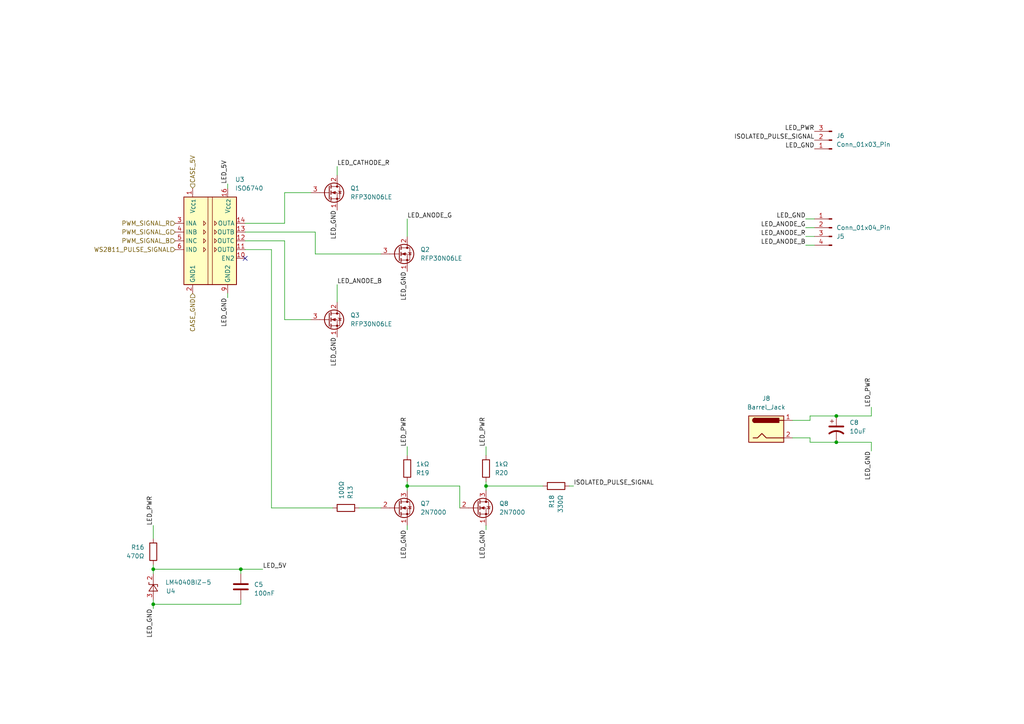
<source format=kicad_sch>
(kicad_sch (version 20250114) (generator "eeschema") (generator_version "9.0")
  (paper "A4")
  (title_block (title "Lights") (date "2025-08-27") (rev "v0.2") (company "Free Modular"))
  (lib_symbols
    (symbol "2N7000_1" (pin_names (hide yes))
      (property "Reference" "Q1" (at 6.35 1.2701 0))
      (property "Value" "RFP30N06LE" (at 6.35 -1.2699 0))
      (symbol "2N7000_1_0_1"
        (polyline (pts (xy 0.254 1.905) (xy 0.254 -1.905)) (stroke (width 0.254)))
        (polyline (pts (xy 0.254 0) (xy -2.54 0)))
        (polyline (pts (xy 0.762 2.286) (xy 0.762 1.27)) (stroke (width 0.254)))
        (polyline (pts (xy 0.762 0.508) (xy 0.762 -0.508)) (stroke (width 0.254)))
        (polyline (pts (xy 0.762 -1.27) (xy 0.762 -2.286)) (stroke (width 0.254)))
        (polyline (pts (xy 0.762 -1.778) (xy 3.302 -1.778) (xy 3.302 1.778) (xy 0.762 1.778)))
        (polyline (pts (xy 1.016 0) (xy 2.032 0.381) (xy 2.032 -0.381) (xy 1.016 0)) (fill (type outline)))
        (circle (center 1.651 0) (radius 2.794) (stroke (width 0.254)))
        (polyline (pts (xy 2.54 2.54) (xy 2.54 1.778)))
        (circle (center 2.54 1.778) (radius 0.254) (fill (type outline)))
        (circle (center 2.54 -1.778) (radius 0.254) (fill (type outline)))
        (polyline (pts (xy 2.54 -2.54) (xy 2.54 0) (xy 0.762 0)))
        (polyline (pts (xy 2.794 0.508) (xy 2.921 0.381) (xy 3.683 0.381) (xy 3.81 0.254)))
        (polyline (pts (xy 3.302 0.381) (xy 2.921 -0.254) (xy 3.683 -0.254) (xy 3.302 0.381)))
      )
      (symbol "2N7000_1_1_1"
        (pin input line (at -5.08 0 0) (length 2.54) (name "G") (number "3"))
        (pin passive line (at 2.54 5.08 270) (length 2.54) (name "D") (number "2"))
        (pin passive line (at 2.54 -5.08 90) (length 2.54) (name "S") (number "1"))
      )
    )
    (symbol "Connector:Barrel_Jack" (pin_names (offset 1.016))
      (property "Reference" "J" (at 0 5.334 0))
      (property "Value" "Barrel_Jack" (at 0 -5.08 0))
      (symbol "Barrel_Jack_0_1"
        (rectangle (start -5.08 3.81) (end 5.08 -3.81) (stroke (width 0.254)) (fill (type background)))
        (polyline (pts (xy -3.81 -2.54) (xy -2.54 -2.54) (xy -1.27 -1.27) (xy 0 -2.54) (xy 2.54 -2.54) (xy 5.08 -2.54)) (stroke (width 0.254)))
        (arc (start -3.302 1.905) (mid -3.9343 2.54) (end -3.302 3.175) (stroke (width 0.254)))
        (arc (start -3.302 1.905) (mid -3.9343 2.54) (end -3.302 3.175) (stroke (width 0.254)) (fill (type outline)))
        (rectangle (start 3.683 3.175) (end -3.302 1.905) (stroke (width 0.254)) (fill (type outline)))
        (polyline (pts (xy 5.08 2.54) (xy 3.81 2.54)) (stroke (width 0.254)))
      )
      (symbol "Barrel_Jack_1_1"
        (pin passive line (at 7.62 2.54 180) (length 2.54) (name "~") (number "1"))
        (pin passive line (at 7.62 -2.54 180) (length 2.54) (name "~") (number "2"))
      )
    )
    (symbol "Connector:Conn_01x03_Pin" (pin_names (offset 1.016) (hide yes))
      (property "Reference" "J" (at 0 5.08 0))
      (property "Value" "Conn_01x03_Pin" (at 0 -5.08 0))
      (symbol "Conn_01x03_Pin_1_1"
        (rectangle (start 0.8636 2.667) (end 0 2.413) (stroke (width 0.1524)) (fill (type outline)))
        (rectangle (start 0.8636 0.127) (end 0 -0.127) (stroke (width 0.1524)) (fill (type outline)))
        (rectangle (start 0.8636 -2.413) (end 0 -2.667) (stroke (width 0.1524)) (fill (type outline)))
        (polyline (pts (xy 1.27 2.54) (xy 0.8636 2.54)) (stroke (width 0.1524)))
        (polyline (pts (xy 1.27 0) (xy 0.8636 0)) (stroke (width 0.1524)))
        (polyline (pts (xy 1.27 -2.54) (xy 0.8636 -2.54)) (stroke (width 0.1524)))
        (pin passive line (at 5.08 2.54 180) (length 3.81) (name "Pin_1") (number "1"))
        (pin passive line (at 5.08 0 180) (length 3.81) (name "Pin_2") (number "2"))
        (pin passive line (at 5.08 -2.54 180) (length 3.81) (name "Pin_3") (number "3"))
      )
    )
    (symbol "Connector:Conn_01x04_Pin" (pin_names (offset 1.016) (hide yes))
      (property "Reference" "J" (at 0 5.08 0))
      (property "Value" "Conn_01x04_Pin" (at 0 -7.62 0))
      (symbol "Conn_01x04_Pin_1_1"
        (rectangle (start 0.8636 2.667) (end 0 2.413) (stroke (width 0.1524)) (fill (type outline)))
        (rectangle (start 0.8636 0.127) (end 0 -0.127) (stroke (width 0.1524)) (fill (type outline)))
        (rectangle (start 0.8636 -2.413) (end 0 -2.667) (stroke (width 0.1524)) (fill (type outline)))
        (rectangle (start 0.8636 -4.953) (end 0 -5.207) (stroke (width 0.1524)) (fill (type outline)))
        (polyline (pts (xy 1.27 2.54) (xy 0.8636 2.54)) (stroke (width 0.1524)))
        (polyline (pts (xy 1.27 0) (xy 0.8636 0)) (stroke (width 0.1524)))
        (polyline (pts (xy 1.27 -2.54) (xy 0.8636 -2.54)) (stroke (width 0.1524)))
        (polyline (pts (xy 1.27 -5.08) (xy 0.8636 -5.08)) (stroke (width 0.1524)))
        (pin passive line (at 5.08 2.54 180) (length 3.81) (name "Pin_1") (number "1"))
        (pin passive line (at 5.08 0 180) (length 3.81) (name "Pin_2") (number "2"))
        (pin passive line (at 5.08 -2.54 180) (length 3.81) (name "Pin_3") (number "3"))
        (pin passive line (at 5.08 -5.08 180) (length 3.81) (name "Pin_4") (number "4"))
      )
    )
    (symbol "Device:C" (pin_numbers (hide yes)) (pin_names (offset 0.254))
      (property "Reference" "C" (at 0.635 2.54 0))
      (property "Value" "C" (at 0.635 -2.54 0))
      (symbol "C_0_1"
        (polyline (pts (xy -2.032 0.762) (xy 2.032 0.762)) (stroke (width 0.508)))
        (polyline (pts (xy -2.032 -0.762) (xy 2.032 -0.762)) (stroke (width 0.508)))
      )
      (symbol "C_1_1"
        (pin passive line (at 0 3.81 270) (length 2.794) (name "~") (number "1"))
        (pin passive line (at 0 -3.81 90) (length 2.794) (name "~") (number "2"))
      )
    )
    (symbol "Device:C_Polarized_US" (pin_numbers (hide yes)) (pin_names (offset 0.254) (hide yes))
      (property "Reference" "C" (at 0.635 2.54 0))
      (property "Value" "C_Polarized_US" (at 0.635 -2.54 0))
      (symbol "C_Polarized_US_0_1"
        (polyline (pts (xy -2.032 0.762) (xy 2.032 0.762)) (stroke (width 0.508)))
        (polyline (pts (xy -1.778 2.286) (xy -0.762 2.286)))
        (polyline (pts (xy -1.27 1.778) (xy -1.27 2.794)))
        (arc (start -2.032 -1.27) (mid 0 -0.5572) (end 2.032 -1.27) (stroke (width 0.508)))
      )
      (symbol "C_Polarized_US_1_1"
        (pin passive line (at 0 3.81 270) (length 2.794) (name "~") (number "1"))
        (pin passive line (at 0 -3.81 90) (length 3.302) (name "~") (number "2"))
      )
    )
    (symbol "Device:R" (pin_numbers (hide yes)) (pin_names (offset 0))
      (property "Reference" "R" (at 2.032 0 90))
      (property "Value" "R" (at 0 0 90))
      (symbol "R_0_1"
        (rectangle (start -1.016 -2.54) (end 1.016 2.54) (stroke (width 0.254)))
      )
      (symbol "R_1_1"
        (pin passive line (at 0 3.81 270) (length 1.27) (name "~") (number "1"))
        (pin passive line (at 0 -3.81 90) (length 1.27) (name "~") (number "2"))
      )
    )
    (symbol "Isolator:ISO6740"
      (property "Reference" "U" (at 8.255 14.605 0))
      (property "Value" "ISO6740" (at 8.255 12.065 0))
      (symbol "ISO6740_0_1"
        (rectangle (start -7.62 12.7) (end 7.62 -12.7) (stroke (width 0.254)) (fill (type background)))
        (polyline (pts (xy -0.635 12.7) (xy -0.635 -12.7)))
        (polyline (pts (xy 0.635 12.7) (xy 0.635 -12.7)))
      )
      (symbol "ISO6740_1_1"
        (polyline (pts (xy -1.905 5.715) (xy -1.27 5.08) (xy -1.905 4.445) (xy -1.905 5.715)))
        (polyline (pts (xy -1.905 3.175) (xy -1.27 2.54) (xy -1.905 1.905) (xy -1.905 3.175)))
        (polyline (pts (xy -1.905 -0.635) (xy -1.27 0) (xy -1.905 0.635) (xy -1.905 -0.635)))
        (polyline (pts (xy -1.905 -3.175) (xy -1.27 -2.54) (xy -1.905 -1.905) (xy -1.905 -3.175)))
        (polyline (pts (xy 1.27 5.715) (xy 1.905 5.08) (xy 1.27 4.445) (xy 1.27 5.715)))
        (polyline (pts (xy 1.27 3.175) (xy 1.905 2.54) (xy 1.27 1.905) (xy 1.27 3.175)))
        (polyline (pts (xy 1.27 0.635) (xy 1.905 0) (xy 1.27 -0.635) (xy 1.27 0.635)))
        (polyline (pts (xy 1.27 -3.175) (xy 1.905 -2.54) (xy 1.27 -1.905) (xy 1.27 -3.175)))
        (pin input line (at -10.16 5.08 0) (length 2.54) (name "INA") (number "3"))
        (pin input line (at -10.16 2.54 0) (length 2.54) (name "INB") (number "4"))
        (pin input line (at -10.16 0 0) (length 2.54) (name "INC") (number "5"))
        (pin input line (at -10.16 -2.54 0) (length 2.54) (name "IND") (number "6"))
        (pin no_connect line (at -7.62 -5.08 0) (length 2.54) (hide yes) (name "NC") (number "7"))
        (pin power_in line (at -5.08 15.24 270) (length 2.54) (name "V_{CC1}") (number "1"))
        (pin power_in line (at -5.08 -15.24 90) (length 2.54) (name "GND1") (number "2"))
        (pin passive line (at -5.08 -15.24 90) (length 2.54) (hide yes) (name "GND1") (number "8"))
        (pin power_in line (at 5.08 15.24 270) (length 2.54) (name "V_{CC2}") (number "16"))
        (pin passive line (at 5.08 -15.24 90) (length 2.54) (hide yes) (name "GND2") (number "15"))
        (pin power_in line (at 5.08 -15.24 90) (length 2.54) (name "GND2") (number "9"))
        (pin output line (at 10.16 5.08 180) (length 2.54) (name "OUTA") (number "14"))
        (pin output line (at 10.16 2.54 180) (length 2.54) (name "OUTB") (number "13"))
        (pin output line (at 10.16 0 180) (length 2.54) (name "OUTC") (number "12"))
        (pin output line (at 10.16 -2.54 180) (length 2.54) (name "OUTD") (number "11"))
        (pin input line (at 10.16 -5.08 180) (length 2.54) (name "EN2") (number "10"))
      )
    )
    (symbol "Reference_Voltage:LM4040LP-5" (pin_names (offset 0.0254) (hide yes))
      (property "Reference" "U" (at 0 2.54 0))
      (property "Value" "LM4040LP-5" (at 0 -3.175 0))
      (symbol "LM4040LP-5_0_1"
        (polyline (pts (xy -1.27 0) (xy 0 0) (xy 1.27 0)))
        (polyline (pts (xy -1.27 -1.27) (xy 0.635 0) (xy -1.27 1.27) (xy -1.27 -1.27)) (stroke (width 0.2032)))
        (polyline (pts (xy 0 -1.27) (xy 0.635 -1.27) (xy 0.635 1.27) (xy 1.27 1.27)) (stroke (width 0.2032)))
      )
      (symbol "LM4040LP-5_1_1"
        (pin passive line (at -3.81 0 0) (length 2.54) (name "A") (number "3"))
        (pin passive line (at 3.81 0 180) (length 2.54) (name "K") (number "2"))
      )
    )
    (symbol "Transistor_FET:2N7000" (pin_names (hide yes))
      (property "Reference" "Q" (at 5.08 1.905 0))
      (property "Value" "2N7000" (at 5.08 0 0))
      (symbol "2N7000_0_1"
        (polyline (pts (xy 0.254 1.905) (xy 0.254 -1.905)) (stroke (width 0.254)))
        (polyline (pts (xy 0.254 0) (xy -2.54 0)))
        (polyline (pts (xy 0.762 2.286) (xy 0.762 1.27)) (stroke (width 0.254)))
        (polyline (pts (xy 0.762 0.508) (xy 0.762 -0.508)) (stroke (width 0.254)))
        (polyline (pts (xy 0.762 -1.27) (xy 0.762 -2.286)) (stroke (width 0.254)))
        (polyline (pts (xy 0.762 -1.778) (xy 3.302 -1.778) (xy 3.302 1.778) (xy 0.762 1.778)))
        (polyline (pts (xy 1.016 0) (xy 2.032 0.381) (xy 2.032 -0.381) (xy 1.016 0)) (fill (type outline)))
        (circle (center 1.651 0) (radius 2.794) (stroke (width 0.254)))
        (polyline (pts (xy 2.54 2.54) (xy 2.54 1.778)))
        (circle (center 2.54 1.778) (radius 0.254) (fill (type outline)))
        (circle (center 2.54 -1.778) (radius 0.254) (fill (type outline)))
        (polyline (pts (xy 2.54 -2.54) (xy 2.54 0) (xy 0.762 0)))
        (polyline (pts (xy 2.794 0.508) (xy 2.921 0.381) (xy 3.683 0.381) (xy 3.81 0.254)))
        (polyline (pts (xy 3.302 0.381) (xy 2.921 -0.254) (xy 3.683 -0.254) (xy 3.302 0.381)))
      )
      (symbol "2N7000_1_1"
        (pin input line (at -5.08 0 0) (length 2.54) (name "G") (number "2"))
        (pin passive line (at 2.54 5.08 270) (length 2.54) (name "D") (number "3"))
        (pin passive line (at 2.54 -5.08 90) (length 2.54) (name "S") (number "1"))
      )
    )
  )
  (junction (at 118.11 140.97))
  (junction (at 44.45 165.1))
  (junction (at 69.85 165.1))
  (junction (at 140.97 140.97))
  (junction (at 44.45 175.26))
  (junction (at 242.57 128.27))
  (junction (at 242.57 120.65))
  (no_connect (at 71.12 74.93))
  (wire (pts (xy 118.11 139.7) (xy 118.11 140.97)))
  (wire (pts (xy 78.74 147.32) (xy 96.52 147.32)))
  (wire (pts (xy 44.45 165.1) (xy 69.85 165.1)))
  (wire (pts (xy 82.55 64.77) (xy 82.55 55.88)))
  (wire (pts (xy 233.68 68.58) (xy 236.22 68.58)))
  (wire (pts (xy 91.44 67.31) (xy 71.12 67.31)))
  (wire (pts (xy 234.95 128.27) (xy 234.95 127)))
  (wire (pts (xy 44.45 163.83) (xy 44.45 165.1)))
  (wire (pts (xy 118.11 140.97) (xy 133.35 140.97)))
  (wire (pts (xy 69.85 165.1) (xy 76.2 165.1)))
  (wire (pts (xy 234.95 121.92) (xy 229.87 121.92)))
  (wire (pts (xy 140.97 139.7) (xy 140.97 140.97)))
  (wire (pts (xy 97.79 82.55) (xy 97.79 87.63)))
  (wire (pts (xy 133.35 140.97) (xy 133.35 147.32)))
  (wire (pts (xy 140.97 153.67) (xy 140.97 152.4)))
  (wire (pts (xy 140.97 140.97) (xy 157.48 140.97)))
  (wire (pts (xy 91.44 73.66) (xy 91.44 67.31)))
  (wire (pts (xy 252.73 120.65) (xy 242.57 120.65)))
  (wire (pts (xy 97.79 48.26) (xy 97.79 50.8)))
  (wire (pts (xy 140.97 132.08) (xy 140.97 129.54)))
  (wire (pts (xy 90.17 92.71) (xy 82.55 92.71)))
  (wire (pts (xy 242.57 128.27) (xy 234.95 128.27)))
  (wire (pts (xy 69.85 175.26) (xy 69.85 173.99)))
  (wire (pts (xy 104.14 147.32) (xy 110.49 147.32)))
  (wire (pts (xy 82.55 92.71) (xy 82.55 69.85)))
  (wire (pts (xy 252.73 128.27) (xy 242.57 128.27)))
  (wire (pts (xy 44.45 175.26) (xy 44.45 176.53)))
  (wire (pts (xy 110.49 73.66) (xy 91.44 73.66)))
  (wire (pts (xy 140.97 140.97) (xy 140.97 142.24)))
  (wire (pts (xy 44.45 152.4) (xy 44.45 156.21)))
  (wire (pts (xy 234.95 127) (xy 229.87 127)))
  (wire (pts (xy 233.68 66.04) (xy 236.22 66.04)))
  (wire (pts (xy 82.55 55.88) (xy 90.17 55.88)))
  (wire (pts (xy 234.95 120.65) (xy 234.95 121.92)))
  (wire (pts (xy 242.57 120.65) (xy 234.95 120.65)))
  (wire (pts (xy 118.11 153.67) (xy 118.11 152.4)))
  (wire (pts (xy 69.85 165.1) (xy 69.85 166.37)))
  (wire (pts (xy 44.45 175.26) (xy 69.85 175.26)))
  (wire (pts (xy 82.55 69.85) (xy 71.12 69.85)))
  (wire (pts (xy 118.11 140.97) (xy 118.11 142.24)))
  (wire (pts (xy 166.37 140.97) (xy 165.1 140.97)))
  (wire (pts (xy 78.74 72.39) (xy 78.74 147.32)))
  (wire (pts (xy 66.04 53.34) (xy 66.04 54.61)))
  (wire (pts (xy 118.11 68.58) (xy 118.11 63.5)))
  (wire (pts (xy 71.12 72.39) (xy 78.74 72.39)))
  (wire (pts (xy 71.12 64.77) (xy 82.55 64.77)))
  (wire (pts (xy 118.11 129.54) (xy 118.11 132.08)))
  (wire (pts (xy 233.68 71.12) (xy 236.22 71.12)))
  (wire (pts (xy 44.45 173.99) (xy 44.45 175.26)))
  (wire (pts (xy 44.45 165.1) (xy 44.45 166.37)))
  (wire (pts (xy 252.73 118.11) (xy 252.73 120.65)))
  (wire (pts (xy 233.68 63.5) (xy 236.22 63.5)))
  (wire (pts (xy 66.04 86.36) (xy 66.04 85.09)))
  (wire (pts (xy 252.73 130.81) (xy 252.73 128.27)))
  (label "LED_CATHODE_R" (at 97.79 48.26 0))
  (label "LED_GND" (at 118.11 153.67 270))
  (label "LED_PWR" (at 140.97 129.54 90))
  (label "LED_PWR" (at 118.11 129.54 90))
  (label "LED_ANODE_R" (at 233.68 68.58 180))
  (label "LED_GND" (at 44.45 176.53 270))
  (label "ISOLATED_PULSE_SIGNAL" (at 166.37 140.97 0))
  (label "LED_PWR" (at 252.73 118.11 90))
  (label "LED_GND" (at 140.97 153.67 270))
  (label "LED_ANODE_B" (at 97.79 82.55 0))
  (label "LED_GND" (at 118.11 78.74 270))
  (label "LED_GND" (at 97.79 60.96 270))
  (label "LED_GND" (at 252.73 130.81 270))
  (label "LED_GND" (at 97.79 97.79 270))
  (label "LED_GND" (at 233.68 63.5 180))
  (label "LED_ANODE_B" (at 233.68 71.12 180))
  (label "LED_PWR" (at 44.45 152.4 90))
  (label "ISOLATED_PULSE_SIGNAL" (at 236.22 40.64 180))
  (label "LED_ANODE_G" (at 118.11 63.5 0))
  (label "LED_PWR" (at 236.22 38.1 180))
  (label "LED_5V" (at 76.2 165.1 0))
  (label "LED_GND" (at 66.04 86.36 270))
  (label "LED_ANODE_G" (at 233.68 66.04 180))
  (label "LED_GND" (at 236.22 43.18 180))
  (label "LED_5V" (at 66.04 53.34 90))
  (hierarchical_label "PWM_SIGNAL_G" (shape input) (at 50.8 67.31 180))
  (hierarchical_label "CASE_5V" (shape input) (at 55.88 54.61 90))
  (hierarchical_label "CASE_GND" (shape input) (at 55.88 85.09 270))
  (hierarchical_label "WS2811_PULSE_SIGNAL" (shape input) (at 50.8 72.39 180))
  (hierarchical_label "PWM_SIGNAL_R" (shape input) (at 50.8 64.77 180))
  (hierarchical_label "PWM_SIGNAL_B" (shape input) (at 50.8 69.85 180))
  (symbol (lib_id "Device:C") (at 69.85 170.18 0) (unit 1)
    (property "Reference" "C5" (at 73.66 169.545 0) (effects (justify left)))
    (property "Value" "100nF" (at 73.66 172.085 0) (effects (justify left)))
    (property "Footprint" "Capacitor_THT:C_Disc_D5.0mm_W2.5mm_P5.00mm" (effects (hide yes)))
  )
  (symbol (lib_id "Device:C_Polarized_US") (at 242.57 124.46 0) (unit 1)
    (property "Reference" "C8" (at 246.38 122.555 0) (effects (justify left)))
    (property "Value" "10uF" (at 246.38 125.095 0) (effects (justify left)))
    (property "Footprint" "Capacitor_THT:CP_Radial_D4.0mm_P1.50mm" (effects (hide yes)))
  )
  (symbol (lib_id "Connector:Conn_01x04_Pin") (at 241.3 66.04 0) (mirror y) (unit 1)
    (property "Reference" "J5" (at 242.57 68.5801 0) (effects (justify right)))
    (property "Value" "Conn_01x04_Pin" (at 242.57 66.0401 0) (effects (justify right)))
    (property "Footprint" "Connector_PinSocket_2.54mm:PinSocket_1x04_P2.54mm_Vertical" (effects (hide yes)))
    (property "Description" "Generic connector, single row, 01x04, script generated" (effects (hide yes)))
  )
  (symbol (lib_id "Reference_Voltage:LM4040LP-5") (at 44.45 170.18 90) (unit 1)
    (property "Reference" "U4" (at 49.53 171.45 90))
    (property "Value" "LM4040BIZ-5" (at 54.61 168.91 90))
    (property "Footprint" "Package_TO_SOT_THT:TO-92_Inline_Wide" (effects (hide yes)))
    (property "Datasheet" "http://www.ti.com/lit/ds/symlink/lm4040-n.pdf" (effects (hide yes)))
  )
  (symbol (lib_name "2N7000_1") (lib_id "Transistor_FET:2N7000") (at 95.25 55.88 0) (unit 1)
    (property "Reference" "Q1" (at 101.6 54.6099 0) (effects (justify left)))
    (property "Value" "RFP30N06LE" (at 101.6 57.1499 0) (effects (justify left)))
    (property "Footprint" "Package_TO_SOT_THT:TO-220-3_Vertical" (effects (hide yes)))
    (property "Datasheet" "https://cdn.sparkfun.com/assets/4/1/1/8/0/RFP30N06LE.pdf" (effects (hide yes)))
    (property "Description" "N-Channel power MOSFET" (effects (hide yes)))
  )
  (symbol (lib_id "Device:R") (at 161.29 140.97 90) (mirror x) (unit 1)
    (property "Reference" "R18" (at 160.0199 143.51 0) (effects (justify left)))
    (property "Value" "330Ω" (at 162.5599 143.51 0) (effects (justify left)))
    (property "Footprint" "Resistor_THT:R_Axial_DIN0207_L6.3mm_D2.5mm_P7.62mm_Horizontal" (effects (hide yes)))
  )
  (symbol (lib_id "Device:R") (at 44.45 160.02 0) (mirror y) (unit 1)
    (property "Reference" "R16" (at 41.91 158.7499 0) (effects (justify left)))
    (property "Value" "470Ω" (at 41.91 161.2899 0) (effects (justify left)))
    (property "Footprint" "Resistor_THT:R_Axial_DIN0207_L6.3mm_D2.5mm_P7.62mm_Horizontal" (effects (hide yes)))
  )
  (symbol (lib_id "Connector:Barrel_Jack") (at 222.25 124.46 0) (unit 1)
    (property "Reference" "J8" (at 222.25 115.57 0))
    (property "Value" "Barrel_Jack" (at 222.25 118.11 0))
    (property "Footprint" "Connector_BarrelJack:BarrelJack_Wuerth_6941xx301002" (effects (hide yes)))
    (property "Datasheet" "https://www.taydaelectronics.com/datasheets/files/A-4118.pdf" (effects (hide yes)))
    (property "Description" "DC Barrel Jack" (effects (hide yes)))
  )
  (symbol (lib_id "Isolator:ISO6740") (at 60.96 69.85 0) (unit 1)
    (property "Reference" "U3" (at 68.1833 52.07 0) (effects (justify left)))
    (property "Value" "ISO6740" (at 68.1833 54.61 0) (effects (justify left)))
    (property "Footprint" "Package_SO:SOIC-16W_7.5x10.3mm_P1.27mm" (effects (hide yes)))
    (property "Datasheet" "https://www.ti.com/lit/ds/symlink/iso6740.pdf" (effects (hide yes)))
    (property "Description" "General-purpose, quad-channel, 4/0 digital isolator" (effects (hide yes)))
  )
  (symbol (lib_name "2N7000_1") (lib_id "Transistor_FET:2N7000") (at 115.57 73.66 0) (unit 1)
    (property "Reference" "Q2" (at 121.92 72.3899 0) (effects (justify left)))
    (property "Value" "RFP30N06LE" (at 121.92 74.9299 0) (effects (justify left)))
    (property "Footprint" "Package_TO_SOT_THT:TO-220-3_Vertical" (effects (hide yes)))
    (property "Datasheet" "https://cdn.sparkfun.com/assets/4/1/1/8/0/RFP30N06LE.pdf" (effects (hide yes)))
    (property "Description" "N-Channel power MOSFET" (effects (hide yes)))
  )
  (symbol (lib_id "Connector:Conn_01x03_Pin") (at 241.3 40.64 180) (unit 1)
    (property "Reference" "J6" (at 242.57 39.3699 0) (effects (justify right)))
    (property "Value" "Conn_01x03_Pin" (at 242.57 41.9099 0) (effects (justify right)))
    (property "Footprint" "Connector_PinSocket_2.54mm:PinSocket_1x03_P2.54mm_Vertical" (effects (hide yes)))
    (property "Description" "Generic connector, single row, 01x03, script generated" (effects (hide yes)))
  )
  (symbol (lib_id "Device:R") (at 140.97 135.89 0) (mirror x) (unit 1)
    (property "Reference" "R20" (at 143.51 137.1601 0) (effects (justify left)))
    (property "Value" "1kΩ" (at 143.51 134.6201 0) (effects (justify left)))
    (property "Footprint" "Resistor_THT:R_Axial_DIN0207_L6.3mm_D2.5mm_P7.62mm_Horizontal" (effects (hide yes)))
  )
  (symbol (lib_name "2N7000_1") (lib_id "Transistor_FET:2N7000") (at 95.25 92.71 0) (unit 1)
    (property "Reference" "Q3" (at 101.6 91.4399 0) (effects (justify left)))
    (property "Value" "RFP30N06LE" (at 101.6 93.9799 0) (effects (justify left)))
    (property "Footprint" "Package_TO_SOT_THT:TO-220-3_Vertical" (effects (hide yes)))
    (property "Datasheet" "https://cdn.sparkfun.com/assets/4/1/1/8/0/RFP30N06LE.pdf" (effects (hide yes)))
    (property "Description" "N-Channel power MOSFET" (effects (hide yes)))
  )
  (symbol (lib_id "Device:R") (at 118.11 135.89 0) (mirror x) (unit 1)
    (property "Reference" "R19" (at 120.65 137.1601 0) (effects (justify left)))
    (property "Value" "1kΩ" (at 120.65 134.6201 0) (effects (justify left)))
    (property "Footprint" "Resistor_THT:R_Axial_DIN0207_L6.3mm_D2.5mm_P7.62mm_Horizontal" (effects (hide yes)))
  )
  (symbol (lib_id "Transistor_FET:2N7000") (at 115.57 147.32 0) (unit 1)
    (property "Reference" "Q7" (at 121.92 146.0499 0) (effects (justify left)))
    (property "Value" "2N7000" (at 121.92 148.5899 0) (effects (justify left)))
    (property "Footprint" "Package_TO_SOT_THT:TO-92_Inline" (effects (hide yes)))
    (property "Datasheet" "https://www.vishay.com/docs/70226/70226.pdf" (effects (hide yes)))
    (property "Description" "0.2A Id, 200V Vds, N-Channel MOSFET, 2.6V Logic Level, TO-92" (effects (hide yes)))
  )
  (symbol (lib_id "Transistor_FET:2N7000") (at 138.43 147.32 0) (unit 1)
    (property "Reference" "Q8" (at 144.78 146.0499 0) (effects (justify left)))
    (property "Value" "2N7000" (at 144.78 148.5899 0) (effects (justify left)))
    (property "Footprint" "Package_TO_SOT_THT:TO-92_Inline" (effects (hide yes)))
    (property "Datasheet" "https://www.vishay.com/docs/70226/70226.pdf" (effects (hide yes)))
    (property "Description" "0.2A Id, 200V Vds, N-Channel MOSFET, 2.6V Logic Level, TO-92" (effects (hide yes)))
  )
  (symbol (lib_id "Device:R") (at 100.33 147.32 270) (mirror x) (unit 1)
    (property "Reference" "R13" (at 101.6001 144.78 0) (effects (justify left)))
    (property "Value" "100Ω" (at 99.0601 144.78 0) (effects (justify left)))
    (property "Footprint" "Resistor_THT:R_Axial_DIN0207_L6.3mm_D2.5mm_P7.62mm_Horizontal" (effects (hide yes)))
  )
)
</source>
